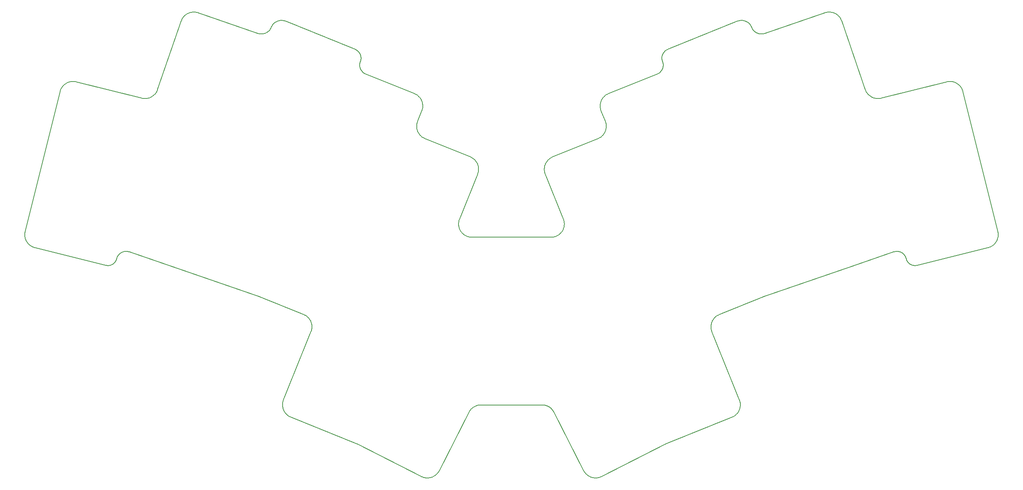
<source format=gm1>
G04 #@! TF.GenerationSoftware,KiCad,Pcbnew,7.0.5-0*
G04 #@! TF.CreationDate,2023-07-18T22:32:37-04:00*
G04 #@! TF.ProjectId,tern,7465726e-2e6b-4696-9361-645f70636258,v1.0.0*
G04 #@! TF.SameCoordinates,Original*
G04 #@! TF.FileFunction,Profile,NP*
%FSLAX46Y46*%
G04 Gerber Fmt 4.6, Leading zero omitted, Abs format (unit mm)*
G04 Created by KiCad (PCBNEW 7.0.5-0) date 2023-07-18 22:32:37*
%MOMM*%
%LPD*%
G01*
G04 APERTURE LIST*
G04 #@! TA.AperFunction,Profile*
%ADD10C,0.176400*%
G04 #@! TD*
G04 #@! TA.AperFunction,Profile*
%ADD11C,0.176388*%
G04 #@! TD*
G04 APERTURE END LIST*
D10*
X309760387Y-165171124D02*
X289520304Y-172140305D01*
X278040585Y-180009343D02*
X284221586Y-195307865D01*
D11*
X180669561Y-109861475D02*
X180788345Y-109845859D01*
X131770053Y-124683667D02*
X131865525Y-124572644D01*
X266881260Y-119013455D02*
X266848448Y-118910370D01*
X312983694Y-126179319D02*
X313066616Y-126290914D01*
X212524751Y-127673355D02*
X212592588Y-127805059D01*
X214984482Y-212727202D02*
X214844143Y-212776673D01*
X212041110Y-135368898D02*
X212126818Y-135488131D01*
X212592588Y-127805059D02*
X212654096Y-127940548D01*
X211737942Y-132554522D02*
X211685624Y-132693821D01*
X176205512Y-112856261D02*
X176320779Y-112869303D01*
X198793571Y-119219298D02*
X198760758Y-119322413D01*
X186332281Y-176233352D02*
X186195346Y-176165551D01*
X289395487Y-112883211D02*
X289508160Y-112870452D01*
X289373208Y-172195346D02*
X279698295Y-176104110D01*
X198039102Y-116550834D02*
X198125526Y-116611331D01*
X223413832Y-158626805D02*
X223595572Y-158655084D01*
X220968763Y-155810627D02*
X220982285Y-155991644D01*
X285548522Y-109982167D02*
X285661634Y-110026886D01*
X212997098Y-136263294D02*
X213126141Y-136335048D01*
X143015020Y-164773979D02*
X142929205Y-164822795D01*
X254215805Y-133996615D02*
X254227794Y-133850687D01*
X253864928Y-135117579D02*
X253932769Y-134985881D01*
X289845662Y-112798489D02*
X289957424Y-112763014D01*
X211581566Y-134286419D02*
X211614918Y-134429768D01*
X179067717Y-110838975D02*
X179140683Y-110743952D01*
X161845688Y-107996659D02*
X161993837Y-108027497D01*
X144409858Y-162622315D02*
X144339611Y-162708381D01*
X254230370Y-133558115D02*
X254220951Y-133412005D01*
X212635109Y-136012641D02*
X212751399Y-136101903D01*
X277920906Y-178121944D02*
X277887410Y-178262329D01*
X266213568Y-121621740D02*
X266296314Y-121557426D01*
X252942274Y-129813384D02*
X252911421Y-129669477D01*
X198704443Y-120253584D02*
X198723386Y-120354205D01*
X187928960Y-178984848D02*
X187930190Y-178838420D01*
X131596016Y-124918877D02*
X131680164Y-124799155D01*
X282563914Y-199213118D02*
X267709880Y-205214558D01*
X313883111Y-127014530D02*
X314001349Y-127082241D01*
X307276255Y-109972559D02*
X312596157Y-125422417D01*
X133504089Y-123641534D02*
X133648261Y-123616383D01*
X321800400Y-163507891D02*
X321800388Y-163507885D01*
X266919857Y-119116096D02*
X266919814Y-119116030D01*
X225434703Y-142898347D02*
X225453795Y-143043684D01*
X220982285Y-155991644D02*
X221006712Y-156171513D01*
X223644307Y-197584039D02*
X223519741Y-197749524D01*
X283324264Y-198766259D02*
X283207982Y-198855499D01*
X212872127Y-136185515D02*
X212997098Y-136263294D01*
X240497131Y-196558417D02*
X240396642Y-196535326D01*
X211153057Y-126390329D02*
X211285918Y-126455874D01*
X181448146Y-197325072D02*
X181407657Y-197183124D01*
X152505559Y-126500638D02*
X152597715Y-126398052D01*
X180551492Y-109882916D02*
X180669561Y-109861475D01*
X223304085Y-198108583D02*
X216590048Y-211285491D01*
X266919662Y-119115834D02*
X266881260Y-119013455D01*
X253790946Y-135245318D02*
X253864928Y-135117579D01*
X151868856Y-127014530D02*
X151983962Y-126941516D01*
X240293245Y-143628295D02*
X240283832Y-143482180D01*
X131180989Y-125857753D02*
X131220510Y-125714326D01*
X242156393Y-158655080D02*
X242338130Y-158626807D01*
X334432188Y-125435916D02*
X334485310Y-125573643D01*
X303610360Y-108066148D02*
X303758187Y-108027500D01*
X277823044Y-178984851D02*
X277831523Y-179131754D01*
X277827756Y-178692703D02*
X277821826Y-178838420D01*
X222720289Y-158407156D02*
X222887758Y-158477570D01*
X267040647Y-119530067D02*
X267018798Y-119426061D01*
X252360866Y-212877041D02*
X252216133Y-212899178D01*
X305490458Y-108139150D02*
X305624078Y-108192863D01*
X319110487Y-161954747D02*
X319002574Y-161988802D01*
X123914078Y-160026035D02*
X123823019Y-159909865D01*
X177832068Y-112499808D02*
X177925645Y-112437214D01*
X143539060Y-164324558D02*
X143473504Y-164399643D01*
X252755079Y-136263292D02*
X252880039Y-136185514D01*
X212864308Y-129524567D02*
X212840585Y-129669478D01*
X286816299Y-111039724D02*
X286874929Y-111145146D01*
X314632657Y-127337468D02*
X314765557Y-127371100D01*
X225102909Y-141922722D02*
X225170803Y-142054423D01*
X253625311Y-135488131D02*
X253711011Y-135368894D01*
X150439230Y-127444004D02*
X150577963Y-127435234D01*
X267589487Y-205266374D02*
X267559801Y-205280127D01*
X211531242Y-133412007D02*
X211521788Y-133558115D01*
X321800455Y-163508212D02*
X321800450Y-163508095D01*
X279160621Y-176387078D02*
X279038615Y-176472504D01*
X319219505Y-161926517D02*
X319110487Y-161954747D01*
X253932769Y-134985881D02*
X253994269Y-134850387D01*
X266920309Y-119116827D02*
X266920246Y-119116760D01*
X319550947Y-161876609D02*
X319439961Y-161887471D01*
X267389461Y-116815003D02*
X267464669Y-116743593D01*
X211887142Y-135117583D02*
X211961150Y-135245317D01*
X145324971Y-161995270D02*
X145220271Y-162035516D01*
X253159362Y-127805060D02*
X253227199Y-127673353D01*
X187744411Y-177847245D02*
X187691344Y-177713432D01*
X323881803Y-165066539D02*
X323779678Y-165068320D01*
X278060754Y-177713434D02*
X278007683Y-177847250D01*
X215751833Y-212297087D02*
X215633839Y-212383774D01*
X323779678Y-165068320D02*
X323678245Y-165065035D01*
X125219295Y-160942886D02*
X125081569Y-160889781D01*
X320320848Y-161960630D02*
X320213189Y-161931613D01*
X181853238Y-109967877D02*
X181967098Y-110010652D01*
X283785211Y-110010649D02*
X283899062Y-109967876D01*
X214120717Y-212916583D02*
X213974261Y-212922947D01*
X252859457Y-129086494D02*
X252864317Y-128940238D01*
X288838659Y-112866383D02*
X288948584Y-112880242D01*
X321800363Y-163507875D02*
X321800349Y-163507869D01*
X266782765Y-118598605D02*
X266771537Y-118494423D01*
X221066777Y-154906079D02*
X221024915Y-155085214D01*
X212450774Y-127545614D02*
X212524751Y-127673355D01*
X333075964Y-123938540D02*
X333205361Y-124012018D01*
X322653600Y-164721128D02*
X322572802Y-164664337D01*
X240694716Y-196614682D02*
X240596517Y-196584883D01*
X213681695Y-212914220D02*
X213536119Y-212899173D01*
X306359212Y-108643066D02*
X306468406Y-108738338D01*
X143951863Y-163507861D02*
X143951863Y-163508213D01*
X223730952Y-140639690D02*
X223863827Y-140705239D01*
X266375322Y-121489478D02*
X266450518Y-121418064D01*
X288108761Y-112631333D02*
X288207586Y-112679151D01*
X186941899Y-176659256D02*
X186830326Y-176563308D01*
X321595454Y-162986841D02*
X321539175Y-162890821D01*
X240402370Y-144205377D02*
X240364367Y-144062747D01*
X198102769Y-205239819D02*
X198072671Y-205227022D01*
X181503696Y-109874632D02*
X181621319Y-109899872D01*
X284440006Y-196457795D02*
X284435165Y-196604047D01*
X334372537Y-125301365D02*
X334432188Y-125435916D01*
X249673676Y-212004098D02*
X249574598Y-211896042D01*
X277831523Y-179131754D02*
X277847359Y-179278884D01*
X143257284Y-164603698D02*
X143179210Y-164664335D01*
X313342881Y-126598569D02*
X313443479Y-126691721D01*
X332247876Y-123641536D02*
X332390723Y-123673709D01*
X176342532Y-172180793D02*
X176305824Y-172166764D01*
X249232739Y-211416393D02*
X249161910Y-211285494D01*
X241888133Y-140705240D02*
X242021000Y-140639695D01*
X224960386Y-196647756D02*
X224770616Y-196723559D01*
X320427121Y-161995270D02*
X320320848Y-161960630D01*
X241674656Y-197148380D02*
X241594594Y-197085129D01*
X142273828Y-165043628D02*
X142174264Y-165056768D01*
X324294202Y-165006810D02*
X324190837Y-165029815D01*
X213247695Y-212847822D02*
X213105384Y-212811565D01*
X178556544Y-111784866D02*
X178618051Y-111685583D01*
X342464770Y-158705626D02*
X342432593Y-158848482D01*
X278120147Y-177582296D02*
X278060754Y-177713434D01*
X141664390Y-165047378D02*
X141561097Y-165029817D01*
X244663856Y-156525744D02*
X244709955Y-156349710D01*
X131517757Y-125042629D02*
X131596016Y-124918877D01*
X223779737Y-158672229D02*
X223965894Y-158677999D01*
X283741263Y-198356453D02*
X283644612Y-198466458D01*
X322278569Y-164399644D02*
X322213027Y-164324561D01*
X321800450Y-163508095D02*
X321800455Y-163508052D01*
X252887718Y-129524568D02*
X252871157Y-129378927D01*
X341741503Y-160137269D02*
X341640033Y-160243398D01*
X267626442Y-116611330D02*
X267712866Y-116550829D01*
X277860649Y-178404411D02*
X277840733Y-178547959D01*
X179299843Y-110565404D02*
X179385736Y-110482175D01*
X322736978Y-164773981D02*
X322653600Y-164721128D01*
X289483133Y-172153271D02*
X289446223Y-172166764D01*
X225334672Y-142468580D02*
X225375143Y-142610530D01*
X216359628Y-211665353D02*
X216271262Y-211783064D01*
X142469283Y-165003057D02*
X142372218Y-165025691D01*
X198855700Y-117584856D02*
X198888741Y-117681339D01*
X223965894Y-158677999D02*
X241786063Y-158677996D01*
X162141642Y-108066142D02*
X162288858Y-108112712D01*
X183188068Y-199213125D02*
X183051533Y-199154030D01*
X315592901Y-127441976D02*
X315733937Y-127430971D01*
X198870698Y-119013459D02*
X198832297Y-119115832D01*
X314765557Y-127371100D02*
X314900216Y-127398674D01*
X284256264Y-197465363D02*
X284201485Y-197603730D01*
X314246440Y-127201318D02*
X314372902Y-127252470D01*
X212126818Y-135488131D02*
X212218097Y-135602840D01*
X319884207Y-161878479D02*
X319773296Y-161872130D01*
X266792150Y-117979394D02*
X266811095Y-117878787D01*
X253381113Y-127422038D02*
X253466808Y-127302800D01*
X124947020Y-160830160D02*
X124815850Y-160764167D01*
X332808730Y-123811974D02*
X332943664Y-123871841D01*
X142073694Y-165065033D02*
X141972263Y-165068321D01*
X198888166Y-120835791D02*
X198934619Y-120926586D01*
X323187094Y-164975833D02*
X323093163Y-164944095D01*
X287826631Y-112460971D02*
X287918113Y-112522166D01*
X244785746Y-155628963D02*
X244777275Y-155447168D01*
X187891395Y-178404412D02*
X187864644Y-178262327D01*
X320927913Y-162250688D02*
X320833442Y-162189341D01*
X253197002Y-212596421D02*
X253062810Y-212660676D01*
X251924453Y-212922156D02*
X251778036Y-212922950D01*
X267047714Y-120253578D02*
X267061815Y-120151923D01*
X181394889Y-195730906D02*
X181432895Y-195588266D01*
X142841125Y-164867484D02*
X142750939Y-164907950D01*
X240581472Y-142054425D02*
X240649303Y-141922719D01*
X321800233Y-163507859D02*
X321800123Y-163507861D01*
X141972263Y-165068321D02*
X141870127Y-165066536D01*
X242232326Y-197749518D02*
X242171394Y-197665571D01*
X241634172Y-140854774D02*
X241759123Y-140776997D01*
X198678794Y-117217921D02*
X198729587Y-117306456D01*
X288012207Y-112578974D02*
X288108761Y-112631333D01*
X211539877Y-126605408D02*
X211660588Y-126689024D01*
X252216133Y-212899178D02*
X252070573Y-212914220D01*
X333330963Y-124091817D02*
X333451947Y-124177362D01*
X199624927Y-121682243D02*
X199714912Y-121738760D01*
X279419744Y-176233358D02*
X279287699Y-176307276D01*
X288411372Y-112760864D02*
X288515989Y-112794599D01*
X241285516Y-141122377D02*
X241397174Y-141027646D01*
X252070573Y-212914220D02*
X251924453Y-212922156D01*
X342509001Y-157830016D02*
X342519543Y-157976843D01*
X242864198Y-158477565D02*
X243031666Y-158407160D01*
X186053670Y-176104114D02*
X176379115Y-172195347D01*
X284437713Y-196311481D02*
X284440006Y-196457795D01*
X253228693Y-135917919D02*
X253335542Y-135817919D01*
X215121599Y-212671096D02*
X214984482Y-212727202D01*
X253117029Y-136012642D02*
X253228693Y-135917919D01*
X220974683Y-155447165D02*
X220966216Y-155628965D01*
X253301184Y-127545616D02*
X253381113Y-127422038D01*
X187811892Y-179719182D02*
X187850442Y-179572840D01*
X333886444Y-124572645D02*
X333981932Y-124683667D01*
X181146764Y-109833992D02*
X181266190Y-109841698D01*
X181679812Y-197871047D02*
X181611976Y-197739288D01*
X331372314Y-123597321D02*
X331519125Y-123586773D01*
X240596517Y-196584883D02*
X240497131Y-196558417D01*
X242692479Y-158537809D02*
X242864198Y-158477565D01*
X319662130Y-161871507D02*
X319550947Y-161876609D01*
X198192262Y-205280121D02*
X198162558Y-205266373D01*
X216271262Y-211783064D02*
X216177451Y-211896038D01*
X250908170Y-212776680D02*
X250767821Y-212727204D01*
X321539175Y-162890821D02*
X321478099Y-162797944D01*
X341063693Y-160691971D02*
X340936125Y-160764165D01*
X241786063Y-158677996D02*
X241972219Y-158672228D01*
X240377147Y-142610529D02*
X240417636Y-142468578D01*
X279287699Y-176307276D02*
X279160621Y-176387078D01*
X254196693Y-134141951D02*
X254215805Y-133996615D01*
X267993361Y-116393930D02*
X268093698Y-116350409D01*
X286085309Y-110258541D02*
X286182755Y-110328591D01*
X225170803Y-142054423D02*
X225232369Y-142189914D01*
X176320779Y-112869303D02*
X176435831Y-112876733D01*
X211285918Y-126455874D02*
X211414927Y-126527631D01*
X198072671Y-205227022D02*
X198042442Y-205214559D01*
X288729804Y-112847437D02*
X288838659Y-112866383D01*
X341928937Y-159909861D02*
X341837878Y-160026038D01*
X177535962Y-112660412D02*
X177637050Y-112611493D01*
X241178672Y-141222380D02*
X241285516Y-141122377D01*
X244632098Y-154728846D02*
X244567714Y-154554033D01*
X145016542Y-162132738D02*
X144918528Y-162189343D01*
X124111934Y-160243397D02*
X124010462Y-160137269D01*
X181530367Y-195307870D02*
X187711368Y-180009340D01*
X131379575Y-125301365D02*
X131445555Y-125170198D01*
X123262296Y-158561457D02*
X123244196Y-158416228D01*
X199808412Y-121791115D02*
X199905346Y-121839141D01*
X225408487Y-142753873D02*
X225434703Y-142898347D01*
X212523444Y-135917918D02*
X212635109Y-136012641D01*
X266450518Y-121418064D02*
X266521828Y-121343364D01*
X266920195Y-119116694D02*
X266920150Y-119116629D01*
X211614918Y-134429768D02*
X211655387Y-134571718D01*
X181432895Y-195588266D02*
X181478049Y-195447165D01*
X254091364Y-126689026D02*
X254212075Y-126605408D01*
X254014354Y-132554521D02*
X253077755Y-130236422D01*
X187566365Y-177454098D02*
X187494658Y-177329062D01*
X152846286Y-126063394D02*
X152919196Y-125943237D01*
X179767862Y-110193189D02*
X179872271Y-110132697D01*
X212892627Y-129086496D02*
X212890324Y-129232812D01*
X321800426Y-163507918D02*
X321800420Y-163507915D01*
X267005050Y-120453626D02*
X267028764Y-120354205D01*
X152095735Y-126863309D02*
X152203978Y-126780007D01*
X315312737Y-127444002D02*
X315452433Y-127446288D01*
X240417636Y-142468578D02*
X240465242Y-142328285D01*
X278704029Y-176760093D02*
X278603332Y-176865577D01*
X178727541Y-111476085D02*
X178775172Y-111366030D01*
X321734156Y-163291985D02*
X321693084Y-163187602D01*
X240519970Y-142189913D02*
X240581472Y-142054425D01*
X279698295Y-176104110D02*
X279556642Y-176165552D01*
X266906034Y-120742925D02*
X266943610Y-120648159D01*
X286611454Y-110743957D02*
X286684410Y-110838973D01*
X211519475Y-133704432D02*
X211524300Y-133850685D01*
X289446223Y-172166764D02*
X289409590Y-172180791D01*
X223863827Y-140705239D02*
X223992834Y-140776996D01*
X314900216Y-127398674D02*
X315036427Y-127420087D01*
X252864317Y-128940238D02*
X252876310Y-128794309D01*
X124688280Y-160691970D02*
X124564528Y-160613722D01*
X323577675Y-165056770D02*
X323478110Y-165043622D01*
X253077755Y-130236422D02*
X253025438Y-130097118D01*
X305075389Y-108016908D02*
X305215877Y-108051056D01*
X279556642Y-176165552D02*
X279419744Y-176233358D01*
X187333318Y-177089498D02*
X187243902Y-176975461D01*
X143810907Y-163900395D02*
X143764519Y-163991414D01*
X324190837Y-165029815D02*
X324087538Y-165047382D01*
X253558079Y-127188093D02*
X253654730Y-127078099D01*
X312832766Y-125943233D02*
X312905679Y-126063396D01*
X278603332Y-176865577D02*
X278508219Y-176975460D01*
X306858326Y-109172933D02*
X306942888Y-109294383D01*
X267018798Y-119426061D02*
X266991519Y-119322413D01*
X304497706Y-107949010D02*
X304644008Y-107955445D01*
X221962472Y-157910947D02*
X222101923Y-158028606D01*
X211702983Y-134712020D02*
X211757703Y-134850389D01*
X124815850Y-160764167D02*
X124688280Y-160691970D01*
X240465242Y-142328285D02*
X240519970Y-142189913D01*
X198831967Y-119116887D02*
X198793571Y-119219298D01*
X212689228Y-212660682D02*
X212554986Y-212596423D01*
X321800403Y-163507894D02*
X321800400Y-163507891D01*
X305882759Y-108319033D02*
X306007342Y-108391250D01*
X332531994Y-123712863D02*
X332671413Y-123758970D01*
X144105172Y-163085830D02*
X144058893Y-163187598D01*
X145117386Y-162081346D02*
X145016542Y-162132738D01*
X253097865Y-127940545D02*
X253159362Y-127805060D01*
X249480758Y-211783065D02*
X249392364Y-211665353D01*
X284357093Y-195730909D02*
X284387964Y-195874813D01*
X252980278Y-129956021D02*
X252942274Y-129813384D01*
X266521828Y-121343364D02*
X266589182Y-121265543D01*
X342489925Y-158561456D02*
X342464770Y-158705626D01*
X150159063Y-127441980D02*
X150299531Y-127446285D01*
X176890411Y-112851998D02*
X177001769Y-112832607D01*
X123517616Y-159401500D02*
X123457785Y-159266527D01*
X133361236Y-123673707D02*
X133504089Y-123641534D01*
X333785551Y-124466282D02*
X333886444Y-124572645D01*
X141561097Y-165029817D02*
X141457727Y-165006808D01*
X249392364Y-211665353D02*
X249309625Y-211543070D01*
X284428280Y-196165360D02*
X284437713Y-196311481D01*
X223779201Y-197428436D02*
X223644307Y-197584039D01*
X321800452Y-163508011D02*
X321800449Y-163507991D01*
X144918528Y-162189343D02*
X144824061Y-162250690D01*
X287209878Y-111823188D02*
X287274176Y-111916585D01*
X289508160Y-112870452D02*
X289620862Y-112852130D01*
X158657108Y-109551812D02*
X158730153Y-109420708D01*
X321018686Y-162316597D02*
X320927913Y-162250688D01*
X143473504Y-164399643D02*
X143404584Y-164471259D01*
X181340339Y-196019720D02*
X181364037Y-195874812D01*
X131266895Y-125573646D02*
X131319971Y-125435918D01*
X143404584Y-164471259D02*
X143332455Y-164539312D01*
X241165278Y-196811897D02*
X241074155Y-196766180D01*
X242447871Y-198108583D02*
X242398370Y-198015421D01*
X266975917Y-117397246D02*
X267022380Y-117306458D01*
X253534040Y-135602839D02*
X253625311Y-135488131D01*
X212856683Y-128648979D02*
X212875802Y-128794310D01*
X132675983Y-123938534D02*
X132808286Y-123871843D01*
X254111832Y-132834915D02*
X254066666Y-132693820D01*
X175975053Y-112813052D02*
X176090213Y-112837537D01*
X224466477Y-141122380D02*
X224573338Y-141222377D01*
X266848448Y-118910370D02*
X266821148Y-118806749D01*
X277940066Y-179719180D02*
X277986385Y-179864760D01*
X132943226Y-123811974D02*
X133080540Y-123758968D01*
X198623753Y-117131800D02*
X198678794Y-117217921D01*
X243031666Y-158407160D02*
X243194443Y-158326815D01*
X159869324Y-108319029D02*
X159997170Y-108252862D01*
X254137085Y-134429768D02*
X254170450Y-134286418D01*
X187765568Y-179864760D02*
X187811892Y-179719182D01*
X134232851Y-123586770D02*
X134379657Y-123597318D01*
X288515989Y-112794599D02*
X288622186Y-112823484D01*
X267500934Y-205308552D02*
X267471748Y-205323213D01*
X211660588Y-126689024D02*
X211776870Y-126778283D01*
X313154255Y-126398055D02*
X313246406Y-126500642D01*
X198973922Y-118081036D02*
X198983103Y-118183534D01*
X342167760Y-159533849D02*
X342094278Y-159663300D01*
X254227794Y-133850687D02*
X254232655Y-133704434D01*
X342466101Y-157537393D02*
X342491196Y-157683451D01*
X211685624Y-132693821D02*
X211640457Y-132834918D01*
X267649350Y-205239819D02*
X267619335Y-205252936D01*
X240980177Y-141437457D02*
X241076824Y-141327463D01*
X321800434Y-163507945D02*
X321800429Y-163507931D01*
X143764519Y-163991414D02*
X143713981Y-164079435D01*
X240723279Y-141794980D02*
X240803214Y-141671401D01*
X267068345Y-119738468D02*
X267057138Y-119634266D01*
X182209198Y-198571550D02*
X182107351Y-198466450D01*
X240791669Y-196647761D02*
X240694716Y-196614682D01*
X198162558Y-205266373D02*
X198132728Y-205252933D01*
X178775170Y-111365323D02*
X178823541Y-111253728D01*
X145757489Y-161890519D02*
X145647755Y-161908234D01*
X244769679Y-155991644D02*
X244783196Y-155810627D01*
X289520304Y-172140305D02*
X289483133Y-172153271D01*
X323093163Y-164944095D02*
X323001027Y-164907949D01*
X221088104Y-156525739D02*
X221144955Y-156699085D01*
X151750619Y-127082244D02*
X151868856Y-127014530D01*
X285200658Y-109882915D02*
X285317821Y-109910180D01*
X312905679Y-126063396D02*
X312983694Y-126179319D01*
X146201188Y-161876610D02*
X146089996Y-161871507D01*
X342491196Y-157683451D02*
X342509001Y-157830016D01*
X312703066Y-125690647D02*
X312765164Y-125818949D01*
X243650035Y-158028603D02*
X243789486Y-157910950D01*
X244777275Y-155447168D02*
X244757729Y-155265750D01*
X330934545Y-123672658D02*
X331079766Y-123640220D01*
X178999373Y-110937614D02*
X179067717Y-110838975D01*
X176090213Y-112837537D02*
X176205512Y-112856261D01*
X214701523Y-212819144D02*
X214557606Y-212854347D01*
X142564860Y-164975830D02*
X142469283Y-165003057D01*
X198690342Y-120151926D02*
X198704443Y-120253584D01*
X266811095Y-117878787D02*
X266834813Y-117779372D01*
X161401546Y-107949801D02*
X161549298Y-107957927D01*
X287042743Y-111521277D02*
X287093987Y-111625451D01*
X198564527Y-117048277D02*
X198623753Y-117131800D01*
X252995530Y-128219209D02*
X253043143Y-128078916D01*
X124010462Y-160137269D02*
X123914078Y-160026035D01*
X322038167Y-164079432D02*
X321987654Y-163991414D01*
X252880039Y-136185514D02*
X253000749Y-136101906D01*
X244685198Y-154906077D02*
X244632098Y-154728846D01*
X221144955Y-156699085D02*
X221212506Y-156869242D01*
X289620862Y-112852130D02*
X289733417Y-112828170D01*
X320531799Y-162035517D02*
X320427121Y-161995270D01*
X342519010Y-158270211D02*
X342508016Y-158416229D01*
X331519125Y-123586773D02*
X331665925Y-123583448D01*
X144824061Y-162250690D02*
X144733289Y-162316597D01*
X304202784Y-107957925D02*
X304350552Y-107949801D01*
X252926205Y-212717969D02*
X252787438Y-212768270D01*
X241828338Y-197283083D02*
X241752595Y-197214377D01*
X176268985Y-172153272D02*
X176232012Y-172140307D01*
X249777795Y-212107074D02*
X249673676Y-212004098D01*
X211961150Y-135245317D02*
X212041110Y-135368898D01*
X287490379Y-112173967D02*
X287569649Y-112251894D01*
X134526191Y-123615117D02*
X134672196Y-123640221D01*
X198683850Y-119738465D02*
X198677839Y-119842505D01*
X321105630Y-162386890D02*
X321018686Y-162316597D01*
X181550471Y-197603732D02*
X181495755Y-197465367D01*
X178775172Y-111366030D02*
X178775170Y-111365323D01*
X125081569Y-160889781D02*
X124947020Y-160830160D01*
X267543684Y-116675646D02*
X267626442Y-116611330D01*
X319773296Y-161872130D02*
X319662130Y-161871507D01*
X181495755Y-197465367D02*
X181448146Y-197325072D01*
X183051533Y-199154030D02*
X182918655Y-199088537D01*
X177637050Y-112611493D02*
X177735812Y-112557928D01*
X177327498Y-112744010D02*
X177432721Y-112704616D01*
X180788345Y-109845859D02*
X180907611Y-109836069D01*
X243789486Y-157910950D02*
X243921976Y-157784558D01*
X212193872Y-127188090D02*
X212285143Y-127302799D01*
X152203978Y-126780007D02*
X152308490Y-126691728D01*
X312646662Y-125558434D02*
X312703066Y-125690647D01*
X131319971Y-125435918D02*
X131379575Y-125301365D01*
X181374290Y-197039780D02*
X181348040Y-196895305D01*
X342347330Y-159129194D02*
X342294324Y-159266535D01*
X240888906Y-141552167D02*
X240980177Y-141437457D01*
X224077483Y-197148380D02*
X223923795Y-197283091D01*
X315733937Y-127430971D02*
X315875340Y-127413166D01*
X240089326Y-196486768D02*
X239985200Y-196477644D01*
X251050785Y-212819141D02*
X250908170Y-212776680D01*
X284411692Y-196019723D02*
X284428280Y-196165360D01*
X132420983Y-124091819D02*
X132546589Y-124012017D01*
X283918233Y-198122457D02*
X283832537Y-198241724D01*
X267802868Y-116494314D02*
X267896395Y-116441957D01*
X150986406Y-127371099D02*
X151119311Y-127337469D01*
X142658803Y-164944098D02*
X142564860Y-164975830D01*
X123285924Y-157537400D02*
X123318295Y-157392125D01*
X284139980Y-197739284D02*
X284072144Y-197871050D01*
X240298410Y-143043678D02*
X240317525Y-142898343D01*
X267187443Y-117048281D02*
X267250769Y-116967521D01*
X215385370Y-212539669D02*
X215255296Y-212608525D01*
X252626077Y-136335050D02*
X252755079Y-136263292D01*
X332390723Y-123673709D02*
X332531994Y-123712863D01*
X161993837Y-108027497D02*
X162141642Y-108066142D01*
X178104049Y-112298901D02*
X178188517Y-112223348D01*
X123229315Y-158123661D02*
X123232615Y-157976847D01*
X123457785Y-159266527D02*
X123404819Y-159129195D01*
X143601097Y-164246106D02*
X143539060Y-164324558D01*
X153048901Y-125690648D02*
X153105302Y-125558431D01*
X198986429Y-118390405D02*
X198980418Y-118494421D01*
X133793484Y-123598288D02*
X133939504Y-123587302D01*
X199538530Y-121621741D02*
X199624927Y-121682243D01*
X211536254Y-133996614D02*
X211555347Y-134141947D01*
X181407657Y-197183124D02*
X181374290Y-197039780D01*
X265846670Y-121839141D02*
X265943629Y-121791114D01*
X181323775Y-196165361D02*
X181340339Y-196019720D01*
X146641756Y-161954750D02*
X146532691Y-161926520D01*
X287569649Y-112251894D02*
X287652223Y-112325750D01*
X221212506Y-156869242D02*
X221290700Y-157035689D01*
X198775507Y-120551670D02*
X198808534Y-120648164D01*
X289283025Y-112890498D02*
X289395487Y-112883211D01*
X284963805Y-109845858D02*
X285082584Y-109861476D01*
X176305824Y-172166764D02*
X176268985Y-172153272D01*
X307021812Y-109420712D02*
X307094844Y-109551815D01*
X286981755Y-111377491D02*
X286986625Y-111389622D01*
X143098404Y-164721127D02*
X143015020Y-164773979D01*
X267073174Y-117217924D02*
X267128215Y-117131799D01*
X286276505Y-110403187D02*
X286366404Y-110482173D01*
X341837878Y-160026038D02*
X341741503Y-160137269D01*
X313066616Y-126290914D02*
X313154255Y-126398055D01*
X215865390Y-212204796D02*
X215751833Y-212297087D01*
X284404077Y-196895313D02*
X284377815Y-197039780D01*
X321800330Y-163507869D02*
X321800314Y-163507867D01*
X266976640Y-120551675D02*
X267005050Y-120453626D01*
X186713471Y-176472501D02*
X186591448Y-176387078D01*
X315875340Y-127413166D02*
X316016930Y-127388442D01*
X123404819Y-159129195D02*
X123358745Y-158989760D01*
X180318355Y-109943264D02*
X180434351Y-109910179D01*
X278007683Y-177847250D02*
X277961034Y-177983497D01*
X277887410Y-178262329D02*
X277860649Y-178404411D01*
X211571558Y-133121455D02*
X211547829Y-133266364D01*
X212825886Y-212717967D02*
X212689228Y-212660682D01*
X324087538Y-165047382D02*
X323984476Y-165059588D01*
X267619335Y-205252936D02*
X267589487Y-205266374D01*
X313246406Y-126500642D02*
X313342881Y-126598569D01*
X321800449Y-163507991D02*
X321800443Y-163507973D01*
X254048996Y-134712019D02*
X254096595Y-134571720D01*
X242107796Y-197584040D02*
X242041614Y-197504977D01*
X244783196Y-155810627D02*
X244785746Y-155628963D01*
X321800349Y-163507869D02*
X321800330Y-163507869D01*
X289733417Y-112828170D02*
X289845662Y-112798489D01*
X282700448Y-199154029D02*
X282563914Y-199213118D01*
X341187443Y-160613725D02*
X341063693Y-160691971D01*
X159744729Y-108391250D02*
X159869324Y-108319029D01*
X150299531Y-127446285D02*
X150439230Y-127444004D01*
X285433851Y-109943271D02*
X285548522Y-109982167D01*
X152768277Y-126179323D02*
X152846286Y-126063394D01*
X179666855Y-110258539D02*
X179767862Y-110193189D01*
X240295123Y-196515649D02*
X240192661Y-196499451D01*
X266834813Y-117779372D02*
X266863231Y-117681345D01*
X267896395Y-116441957D02*
X267993361Y-116393930D01*
X224675198Y-141327467D02*
X224771876Y-141437460D01*
X306245814Y-108553387D02*
X306359212Y-108643066D01*
X340804959Y-160830153D02*
X340670410Y-160889783D01*
X321769878Y-163398800D02*
X321734156Y-163291985D01*
X225442230Y-143773936D02*
X225418504Y-143918840D01*
X145978837Y-161872135D02*
X145867920Y-161878477D01*
X141870127Y-165066536D02*
X141767455Y-165059584D01*
X212840585Y-129669478D02*
X212809714Y-129813380D01*
X286874929Y-111145146D02*
X286928480Y-111253731D01*
X240499844Y-144485782D02*
X240447528Y-144346483D01*
X221704910Y-157649687D02*
X221829981Y-157784560D01*
X306468406Y-108738338D02*
X306573158Y-108839075D01*
X278418806Y-177089503D02*
X278335182Y-177207451D01*
X289059396Y-112888929D02*
X289170936Y-112892370D01*
X285879938Y-110132698D02*
X285984316Y-110193194D01*
X198711583Y-119530065D02*
X198695079Y-119634260D01*
X334071837Y-124799152D02*
X334156014Y-124918879D01*
X123260875Y-157683447D02*
X123285924Y-157537400D01*
X286534035Y-110652713D02*
X286611454Y-110743957D01*
X198747095Y-120453625D02*
X198775507Y-120551670D01*
X198760758Y-119322413D02*
X198733456Y-119426062D01*
X151983962Y-126941516D02*
X152095735Y-126863309D01*
X267071006Y-120049410D02*
X267075209Y-119946214D01*
X340936125Y-160764165D02*
X340804959Y-160830153D01*
X223594418Y-140580537D02*
X223730952Y-140639690D01*
X277961034Y-177983497D02*
X277920906Y-178121944D01*
X222557521Y-158326815D02*
X222720289Y-158407156D01*
X159506243Y-108553389D02*
X159623618Y-108469411D01*
X282833317Y-199088536D02*
X282700448Y-199154029D01*
X265746333Y-121882658D02*
X265846670Y-121839141D01*
X304789210Y-107968984D02*
X304933089Y-107989506D01*
X187791049Y-177983496D02*
X187744411Y-177847245D01*
X211547829Y-133266364D02*
X211531242Y-133412007D01*
X253062810Y-212660676D02*
X252926205Y-212717969D01*
X253043143Y-128078916D02*
X253097865Y-127940545D01*
X306128442Y-108469412D02*
X306245814Y-108553387D01*
X242338130Y-158626807D02*
X242516974Y-158587632D01*
X180090676Y-110026885D02*
X180203726Y-109982166D01*
X198983103Y-118183534D02*
X198987301Y-118286712D01*
X322347471Y-164471259D02*
X322278569Y-164399644D01*
X158475688Y-109972557D02*
X158529639Y-109827852D01*
X252356671Y-136459752D02*
X252493210Y-136400599D01*
X321267490Y-162539932D02*
X321188611Y-162461395D01*
X321800388Y-163507885D02*
X321800374Y-163507876D01*
X241972219Y-158672228D02*
X242156393Y-158655080D01*
X221119872Y-154728849D02*
X221066777Y-154906079D01*
X198132728Y-205252933D02*
X198102769Y-205239819D01*
X244047051Y-157649686D02*
X244164256Y-157506567D01*
X320213189Y-161931613D02*
X320104378Y-161908234D01*
X160397801Y-108091843D02*
X160536243Y-108051053D01*
X288948584Y-112880242D02*
X289059396Y-112888929D01*
X240649303Y-141922719D02*
X240723279Y-141794980D01*
X198903510Y-118910373D02*
X198870698Y-119013459D01*
X342432593Y-158848482D02*
X342393430Y-158989760D01*
X244567714Y-154554033D02*
X240499844Y-144485782D01*
X198125526Y-116611331D02*
X198208281Y-116675647D01*
X266766743Y-121015129D02*
X266817528Y-120926583D01*
X221587702Y-157506564D02*
X221704910Y-157649687D01*
X254212075Y-126605408D02*
X254337035Y-126527634D01*
X222101923Y-158028606D02*
X222247884Y-158137294D01*
X277840733Y-178547959D02*
X277827756Y-178692703D01*
X211524300Y-133850685D02*
X211536254Y-133996614D01*
X253863425Y-126873009D02*
X253975084Y-126778285D01*
X319002574Y-161988802D02*
X309760387Y-165171124D01*
X286366404Y-110482173D02*
X286452301Y-110565401D01*
X287652223Y-112325750D02*
X287737942Y-112395473D01*
X284423187Y-196749975D02*
X284404077Y-196895313D01*
X284725009Y-109832115D02*
X284844534Y-109836071D01*
X144563364Y-162461398D02*
X144484487Y-162539934D01*
X286976784Y-111365320D02*
X286981755Y-111377491D01*
X266652502Y-121184788D02*
X266711717Y-121101253D01*
X321412366Y-162708380D02*
X321342118Y-162622318D01*
X177001769Y-112832607D02*
X177111846Y-112808093D01*
X143923620Y-163610282D02*
X143890621Y-163709739D01*
X242345892Y-197924493D02*
X242290515Y-197835845D01*
X284221586Y-195307865D02*
X284273906Y-195447166D01*
X145431272Y-161960633D02*
X145324971Y-161995270D01*
X199301608Y-121418063D02*
X199376794Y-121489475D01*
X132072565Y-124364804D02*
X132183811Y-124268427D01*
X254096595Y-134571720D02*
X254137085Y-134429768D01*
X320735424Y-162132741D02*
X320634635Y-162081344D01*
X322494744Y-164603699D02*
X322419581Y-164539309D01*
X176232012Y-172140307D02*
X146749727Y-161988804D01*
X187930190Y-178838420D02*
X187924271Y-178692706D01*
X249574598Y-211896042D02*
X249480758Y-211783065D01*
X267464669Y-116743593D02*
X267543684Y-116675646D01*
X212097219Y-127078100D02*
X212193872Y-127188090D01*
X321861638Y-163709739D02*
X321828657Y-163610288D01*
X211995375Y-126973008D02*
X212097219Y-127078100D01*
X287737942Y-112395473D02*
X287826631Y-112460971D01*
X287414597Y-112092056D02*
X287490379Y-112173967D01*
X179140683Y-110743952D02*
X179218105Y-110652715D01*
X151119311Y-127337469D02*
X151250264Y-127297890D01*
X178016362Y-112370210D02*
X178104049Y-112298901D01*
X214844143Y-212776673D02*
X214701523Y-212819144D01*
X198888741Y-117681339D02*
X198917149Y-117779376D01*
X199905346Y-121839141D02*
X200005657Y-121882661D01*
X143179210Y-164664335D02*
X143098404Y-164721127D01*
X181314354Y-196311474D02*
X181323775Y-196165361D01*
X321646804Y-163085832D02*
X321595454Y-162986841D01*
X212964695Y-212768270D02*
X212825886Y-212717967D01*
X158730153Y-109420708D02*
X158809085Y-109294378D01*
X284844534Y-109836071D02*
X284963805Y-109845858D01*
X321478099Y-162797944D02*
X321412366Y-162708380D01*
X252787438Y-212768270D02*
X252646782Y-212811563D01*
X211888526Y-126873010D02*
X211995375Y-126973008D01*
X240887267Y-196684063D02*
X240791669Y-196647761D01*
X158529639Y-109827852D02*
X158590191Y-109687564D01*
X241752595Y-197214377D02*
X241674656Y-197148380D01*
X266768855Y-118183537D02*
X266778046Y-118081037D01*
X332103705Y-123616384D02*
X332247876Y-123641536D01*
X252876310Y-128794309D02*
X252895428Y-128648978D01*
X199040429Y-121101254D02*
X199099640Y-121184784D01*
X176379115Y-172195347D02*
X176342532Y-172180793D01*
X266991519Y-119322413D02*
X266958733Y-119219298D01*
X315452433Y-127446288D02*
X315592901Y-127441976D01*
X334156014Y-124918879D02*
X334234296Y-125042629D01*
X152986801Y-125818949D02*
X153048901Y-125690648D01*
X181312079Y-196457794D02*
X181314354Y-196311474D01*
X181737910Y-109930947D02*
X181853238Y-109967877D01*
X242157541Y-140580537D02*
X252356671Y-136459752D01*
X176664605Y-112875096D02*
X176777967Y-112866189D01*
X239985200Y-196477644D02*
X239880354Y-196472140D01*
X249886753Y-212204795D02*
X249777795Y-212107074D01*
X322910843Y-164867487D02*
X322822777Y-164822804D01*
X266920107Y-119116560D02*
X266920070Y-119116496D01*
X131966411Y-124466284D02*
X132072565Y-124364804D01*
X153155811Y-125422421D02*
X158475688Y-109972557D01*
X215255296Y-212608525D02*
X215121599Y-212671096D01*
X250767821Y-212727204D02*
X250630694Y-212671094D01*
X143332455Y-164539312D02*
X143257284Y-164603698D01*
X254220951Y-133412005D02*
X254204392Y-133266364D01*
X240447528Y-144346483D02*
X240402370Y-144205377D01*
X197658261Y-116350412D02*
X197758596Y-116393930D01*
X146422763Y-161904099D02*
X146312184Y-161887469D01*
X224948907Y-141671403D02*
X225028881Y-141794979D01*
X223992834Y-140776996D02*
X224117795Y-140854772D01*
X142929205Y-164822795D02*
X142841125Y-164867484D01*
X313547988Y-126780007D02*
X313656235Y-126863312D01*
X278335182Y-177207451D02*
X278257461Y-177329065D01*
X177925645Y-112437214D02*
X178016362Y-112370210D01*
X160128021Y-108192862D02*
X160261649Y-108139154D01*
X187631960Y-177582297D02*
X187566365Y-177454098D01*
X283899062Y-109967876D02*
X284014379Y-109930951D01*
X333451947Y-124177362D02*
X333568140Y-124268428D01*
X250000342Y-212297085D02*
X249886753Y-212204795D01*
X215974313Y-212107073D02*
X215865390Y-212204796D01*
X145220271Y-162035516D02*
X145117386Y-162081346D01*
X266778046Y-118081037D02*
X266792150Y-117979394D01*
X285082584Y-109861476D02*
X285200658Y-109882915D01*
X216519223Y-211416395D02*
X216442354Y-211543070D01*
X211521788Y-133558115D02*
X211519475Y-133704432D01*
X321800443Y-163507973D02*
X321800438Y-163507961D01*
X289170936Y-112892370D02*
X289283025Y-112890498D01*
X321800455Y-163508052D02*
X321800452Y-163508011D01*
X241972925Y-197428431D02*
X241901804Y-197354454D01*
X213395653Y-136459748D02*
X223594418Y-140580537D01*
X198042442Y-205214559D02*
X183188068Y-199213125D01*
X243921976Y-157784558D02*
X244047051Y-157649686D01*
X186195346Y-176165551D02*
X186053670Y-176104114D01*
X225387626Y-144062747D02*
X225349604Y-144205382D01*
X145538938Y-161931613D02*
X145431272Y-161960633D01*
X212708868Y-128078913D02*
X212756519Y-128219207D01*
X223519741Y-197749524D02*
X223406130Y-197924493D01*
X277821826Y-178838420D02*
X277823044Y-178984851D01*
X212875802Y-128794310D02*
X212887784Y-128940240D01*
X266863982Y-120835795D02*
X266906034Y-120742925D01*
X179979925Y-110077212D02*
X180090676Y-110026885D01*
X161108106Y-107955444D02*
X161254403Y-107949015D01*
X221024915Y-155085214D02*
X220994235Y-155265747D01*
X123318295Y-157392125D02*
X131180989Y-125857753D01*
X178618051Y-111685583D02*
X178675105Y-111582632D01*
X182789651Y-199016826D02*
X182664694Y-198939085D01*
X244372467Y-157197928D02*
X244461254Y-157035691D01*
X314122519Y-127144538D02*
X314246440Y-127201318D01*
X124218297Y-160344268D02*
X124111934Y-160243397D01*
X186830326Y-176563308D02*
X186713471Y-176472501D01*
X199162958Y-121265541D02*
X199230306Y-121343364D01*
X123287446Y-158705627D02*
X123262296Y-158561457D01*
X242398370Y-198015421D02*
X242345892Y-197924493D01*
X161697430Y-107973505D02*
X161845688Y-107996659D01*
X284377815Y-197039780D02*
X284344436Y-197183122D01*
X283644612Y-198466458D02*
X283542771Y-198571553D01*
X321693084Y-163187602D02*
X321646804Y-163085832D01*
X212751399Y-136101903D02*
X212872127Y-136185515D01*
X266943610Y-120648159D02*
X266976640Y-120551675D01*
X282962319Y-199016827D02*
X282833317Y-199088536D01*
X304644008Y-107955445D02*
X304789210Y-107968984D01*
X144017824Y-163291981D02*
X143982105Y-163398793D01*
X253025438Y-130097118D02*
X252980278Y-129956021D01*
X146089996Y-161871507D02*
X145978837Y-161872135D01*
X313656235Y-126863312D02*
X313768006Y-126941520D01*
X149735034Y-127388442D02*
X149876618Y-127413165D01*
X267709880Y-205214558D02*
X267679529Y-205227024D01*
X303758187Y-108027500D02*
X303906367Y-107996653D01*
X181833729Y-198122454D02*
X181753799Y-197998832D01*
X341533672Y-160344262D02*
X341422649Y-160439713D01*
X277870659Y-179425995D02*
X277901528Y-179572843D01*
X289409590Y-172180791D02*
X289373208Y-172195346D01*
X133080540Y-123758968D02*
X133219963Y-123712867D01*
X266799278Y-118702772D02*
X266782765Y-118598605D01*
X289957424Y-112763014D02*
X303463112Y-108112711D01*
X321800314Y-163507867D02*
X321800277Y-163507865D01*
X123358745Y-158989760D02*
X123319607Y-158848479D01*
X198776054Y-117397245D02*
X198818115Y-117490103D01*
X213536119Y-212899173D02*
X213391361Y-212877041D01*
X254466039Y-126455875D02*
X254598902Y-126390329D01*
X277986385Y-179864760D02*
X278040585Y-180009343D01*
X225766778Y-196477644D02*
X225559332Y-196499450D01*
X222399899Y-158236781D02*
X222557521Y-158326815D01*
X181611976Y-197739288D02*
X181550471Y-197603732D01*
X160676732Y-108016905D02*
X160819031Y-107989511D01*
X198681159Y-120049412D02*
X198690342Y-120151926D01*
X242290515Y-197835845D02*
X242232326Y-197749518D01*
X286452301Y-110565401D02*
X286534035Y-110652713D01*
X284248556Y-109874634D02*
X284366988Y-109855244D01*
X225468262Y-143482179D02*
X225458817Y-143628294D01*
X342094278Y-159663300D02*
X342014480Y-159788895D01*
X213126141Y-136335048D02*
X213259055Y-136400598D01*
X287274176Y-111916585D02*
X287342471Y-112006236D01*
X278508219Y-176975460D02*
X278418806Y-177089503D01*
X199099640Y-121184784D02*
X199162958Y-121265541D01*
X224354806Y-141027650D02*
X224466477Y-141122380D01*
X225977091Y-196470294D02*
X225766778Y-196477644D01*
X197855566Y-116441960D02*
X197949096Y-116494314D01*
X321188611Y-162461395D02*
X321105630Y-162386890D01*
X142174264Y-165056768D02*
X142073694Y-165065033D01*
X253756575Y-126973009D02*
X253863425Y-126873009D01*
X241074155Y-196766180D02*
X240981459Y-196723551D01*
X150577963Y-127435234D02*
X150715539Y-127420089D01*
X287918113Y-112522166D02*
X288012207Y-112578974D01*
X267318139Y-116889703D02*
X267389461Y-116815003D01*
X212416596Y-135817920D02*
X212523444Y-135917918D01*
X307094844Y-109551815D02*
X307161758Y-109687566D01*
X222887758Y-158477570D02*
X223059473Y-158537807D01*
X267712866Y-116550829D02*
X267802868Y-116494314D01*
X279038615Y-176472504D02*
X278921774Y-176563310D01*
X241759123Y-140776997D02*
X241888133Y-140705240D01*
X187850442Y-179572840D02*
X187881316Y-179425994D01*
X304350552Y-107949801D02*
X304497706Y-107949010D01*
X159392822Y-108643072D02*
X159506243Y-108553389D01*
X224409610Y-196912405D02*
X224239632Y-197024690D01*
X319329405Y-161904099D02*
X319219505Y-161926517D01*
X198952680Y-118702769D02*
X198930813Y-118806753D01*
X176435831Y-112876733D02*
X176550496Y-112878634D01*
X123823019Y-159909865D02*
X123737479Y-159788894D01*
X242171394Y-197665571D02*
X242107796Y-197584040D01*
X267559801Y-205280127D02*
X267530288Y-205294178D01*
X151379066Y-127252473D02*
X151505529Y-127201318D01*
X180434351Y-109910179D02*
X180551492Y-109882916D01*
X123319607Y-158848479D02*
X123287446Y-158705627D01*
X266920338Y-119116857D02*
X266920309Y-119116827D01*
X159283617Y-108738340D02*
X159392822Y-108643072D01*
X187494658Y-177329062D02*
X187416940Y-177207453D01*
X152409088Y-126598568D02*
X152505559Y-126500638D01*
X220994235Y-155265747D02*
X220974683Y-155447165D01*
X314001349Y-127082241D02*
X314122519Y-127144538D01*
X178347130Y-112059860D02*
X178420910Y-111972083D01*
X160261649Y-108139154D02*
X160397801Y-108091843D01*
X267074347Y-119842509D02*
X267068345Y-119738468D01*
X321800438Y-163507961D02*
X321800434Y-163507945D01*
X253227199Y-127673353D02*
X253301184Y-127545616D01*
X253466808Y-127302800D02*
X253558079Y-127188093D01*
X320833442Y-162189341D02*
X320735424Y-162132741D01*
X187864644Y-178262327D02*
X187831165Y-178121943D01*
X331225780Y-123615121D02*
X331372314Y-123597321D01*
X181348040Y-196895305D02*
X181328923Y-196749975D01*
X266919717Y-119115896D02*
X266919662Y-119115834D01*
X198846113Y-120742924D02*
X198888166Y-120835791D01*
X180203726Y-109982166D02*
X180318355Y-109943264D01*
X134817405Y-123672657D02*
X149593472Y-127356700D01*
X284201485Y-197603730D02*
X284139980Y-197739284D01*
X178823541Y-111253728D02*
X178877131Y-111145149D01*
X266765534Y-118390397D02*
X266764662Y-118286713D01*
X144484487Y-162539934D02*
X144409858Y-162622315D01*
X134379657Y-123597318D02*
X134526191Y-123615117D01*
X198987301Y-118286712D02*
X198986429Y-118390405D01*
X254337035Y-126527634D02*
X254466039Y-126455875D01*
X161254403Y-107949015D02*
X161401546Y-107949801D01*
X253994269Y-134850387D02*
X254048996Y-134712019D01*
X132300007Y-124177361D02*
X132420983Y-124091819D01*
X243352058Y-158236777D02*
X243504073Y-158137298D01*
X198934619Y-120926586D02*
X198985398Y-121015131D01*
X198208281Y-116675647D02*
X198287307Y-116743593D01*
X277847359Y-179278884D02*
X277870659Y-179425995D01*
X285661634Y-110026886D02*
X285772324Y-110077211D01*
X253335542Y-135817919D02*
X253437389Y-135712831D01*
X266127157Y-121682245D02*
X266213568Y-121621740D01*
X181316939Y-196604050D02*
X181312079Y-196457794D01*
X286996175Y-111413657D02*
X287042743Y-111521277D01*
X319994646Y-161890522D02*
X319884207Y-161878479D01*
X150851748Y-127398671D02*
X150986406Y-127371099D01*
X159078786Y-108945166D02*
X159178858Y-108839076D01*
X321800123Y-163507861D02*
X321769878Y-163398800D01*
X321987654Y-163991414D02*
X321941295Y-163900400D01*
X182664694Y-198939085D02*
X182543985Y-198855500D01*
X162288858Y-108112712D02*
X175745882Y-112746447D01*
X254598902Y-126390329D02*
X254735434Y-126331179D01*
X181385242Y-109855246D02*
X181503696Y-109874632D01*
X321828657Y-163610288D02*
X321800455Y-163508212D01*
X198221830Y-205294181D02*
X198192262Y-205280121D01*
X321800412Y-163507903D02*
X321800403Y-163507894D01*
X212674206Y-130236420D02*
X211737942Y-132554522D01*
X240281559Y-143335865D02*
X240286413Y-143189600D01*
X254232655Y-133704434D02*
X254230370Y-133558115D01*
X250240610Y-212464691D02*
X250118365Y-212383775D01*
X334485310Y-125573643D02*
X334531743Y-125714325D01*
X266821148Y-118806749D02*
X266799278Y-118702772D01*
X250496978Y-212608527D02*
X250366886Y-212539670D01*
X179872271Y-110132697D02*
X179979925Y-110077212D01*
X213105384Y-212811565D02*
X212964695Y-212768270D01*
X266958733Y-119219298D02*
X266920376Y-119116893D01*
X251778036Y-212922950D02*
X251631585Y-212916586D01*
X266296314Y-121557426D02*
X266375322Y-121489478D01*
X284319070Y-195588269D02*
X284357093Y-195730909D01*
X198280566Y-205323211D02*
X198251269Y-205308546D01*
X158590191Y-109687564D02*
X158657108Y-109551812D01*
X141457727Y-165006808D02*
X125503408Y-161028900D01*
X278921774Y-176563310D02*
X278810214Y-176659254D01*
X198969194Y-118598602D02*
X198952680Y-118702769D01*
X306942888Y-109294383D02*
X307021812Y-109420712D01*
X323984476Y-165059588D02*
X323881803Y-165066539D01*
X321800374Y-163507876D02*
X321800363Y-163507875D01*
X252955040Y-128361159D02*
X252995530Y-128219209D01*
X198985398Y-121015131D02*
X199040429Y-121101254D01*
X150018026Y-127430975D02*
X150159063Y-127441980D01*
X124329320Y-160439715D02*
X124218297Y-160344268D01*
X342508016Y-158416229D02*
X342489925Y-158561456D01*
X266711717Y-121101253D02*
X266766743Y-121015129D01*
X268093698Y-116350409D02*
X283785211Y-110010649D01*
X198723386Y-120354205D02*
X198747095Y-120453625D01*
X244709955Y-156349710D02*
X244745245Y-156171508D01*
X187831165Y-178121943D02*
X187791049Y-177983496D01*
X331812467Y-123587299D02*
X331958482Y-123598289D01*
X212314752Y-135712836D02*
X212416596Y-135817920D01*
X211602434Y-132977550D02*
X211571558Y-133121455D01*
X211757703Y-134850389D02*
X211819261Y-134985882D01*
X242021000Y-140639695D02*
X242157541Y-140580537D01*
X178490771Y-111880391D02*
X178556544Y-111784866D01*
X212554986Y-212596423D02*
X198280566Y-205323211D01*
X267530288Y-205294178D02*
X267500934Y-205308552D01*
X143713981Y-164079435D02*
X143659456Y-164164360D01*
X123232615Y-157976847D02*
X123243121Y-157830018D01*
X144646345Y-162386889D02*
X144563364Y-162461398D01*
X186591448Y-176387078D02*
X186464349Y-176307282D01*
X198930813Y-118806753D02*
X198903510Y-118910373D01*
X151505529Y-127201318D02*
X151629443Y-127144539D01*
X341422649Y-160439713D02*
X341307164Y-160529581D01*
X213974261Y-212922947D02*
X213827829Y-212922152D01*
X342522869Y-158123658D02*
X342519010Y-158270211D01*
X266920376Y-119116893D02*
X266920338Y-119116857D01*
X243194443Y-158326815D02*
X243352058Y-158236777D01*
X342433669Y-157392122D02*
X342466101Y-157537393D01*
X331665925Y-123583448D02*
X331812467Y-123587299D01*
X178675105Y-111582632D02*
X178727541Y-111476085D01*
X284435165Y-196604047D02*
X284423187Y-196749975D01*
X199376794Y-121489475D02*
X199455798Y-121557427D01*
X252504505Y-212847827D02*
X252360866Y-212877041D01*
X143982105Y-163398793D02*
X143951863Y-163507861D01*
X133219963Y-123712867D02*
X133361236Y-123673707D01*
X144212799Y-162890824D02*
X144156512Y-162986845D01*
X225453795Y-143043684D02*
X225465750Y-143189608D01*
X211555347Y-134141947D02*
X211581566Y-134286419D01*
X150715539Y-127420089D02*
X150851748Y-127398671D01*
X176550496Y-112878634D02*
X176664605Y-112875096D01*
X198251269Y-205308546D02*
X198221830Y-205294181D01*
X181364037Y-195874812D02*
X181394889Y-195730906D01*
X254180687Y-133121456D02*
X254149831Y-132977553D01*
X187904622Y-179278883D02*
X187920471Y-179131754D01*
X178269602Y-112143645D02*
X178347130Y-112059860D01*
X198362514Y-116815005D02*
X198433836Y-116889703D01*
X278810214Y-176659254D02*
X278704029Y-176760093D01*
X252871157Y-129378927D02*
X252861739Y-129232817D01*
X244727053Y-155085216D02*
X244685198Y-154906077D01*
X342294324Y-159266535D02*
X342234453Y-159401499D01*
X241428444Y-196967100D02*
X241342501Y-196912400D01*
X159178858Y-108839076D02*
X159283617Y-108738340D01*
X267075209Y-119946214D02*
X267074347Y-119842509D01*
X266771537Y-118494423D02*
X266765534Y-118390397D01*
X252921672Y-128504508D02*
X252955040Y-128361159D01*
X304933089Y-107989506D02*
X305075389Y-108016908D01*
X320634635Y-162081344D02*
X320531799Y-162035517D01*
X251631585Y-212916586D02*
X251485373Y-212903045D01*
X305754923Y-108252860D02*
X305882759Y-108319033D01*
X125359979Y-160989314D02*
X125219295Y-160942886D01*
X187148791Y-176865580D02*
X187048091Y-176760094D01*
X323001027Y-164907949D02*
X322910843Y-164867487D01*
X284273906Y-195447166D02*
X284319070Y-195588269D01*
X198501197Y-116967522D02*
X198564527Y-117048277D01*
X253975084Y-126778285D02*
X254091364Y-126689026D01*
X220966216Y-155628965D02*
X220968763Y-155810627D01*
X312596157Y-125422417D02*
X312646662Y-125558434D01*
X221006712Y-156171513D02*
X221042007Y-156349714D01*
X145867920Y-161878477D02*
X145757489Y-161890519D01*
X143890621Y-163709739D02*
X143852992Y-163806470D01*
X240981459Y-196723551D02*
X240887267Y-196684063D01*
X216590048Y-211285491D02*
X216519223Y-211416395D01*
X221478815Y-157355439D02*
X221587702Y-157506564D01*
X244461254Y-157035691D02*
X244539454Y-156869239D01*
X286182755Y-110328591D02*
X286276505Y-110403187D01*
X224770616Y-196723559D02*
X224586814Y-196811894D01*
X212771692Y-129956019D02*
X212726524Y-130097118D01*
X323282669Y-165003062D02*
X323187094Y-164975833D01*
X216177451Y-211896038D02*
X216078403Y-212004100D01*
X303906367Y-107996653D02*
X304054643Y-107973507D01*
X212654096Y-127940548D02*
X212708868Y-128078913D01*
X198818115Y-117490103D02*
X198855700Y-117584856D01*
X241254754Y-196860653D02*
X241165278Y-196811897D01*
X249161910Y-211285494D02*
X242447871Y-198108583D01*
X198917149Y-117779376D02*
X198940873Y-117878784D01*
X251339659Y-212882305D02*
X251194705Y-212854346D01*
X123737479Y-159788894D02*
X123657675Y-159663305D01*
X200005657Y-121882661D02*
X211016517Y-126331179D01*
X284303918Y-197325071D02*
X284256264Y-197465363D01*
X158809085Y-109294378D02*
X158893660Y-109172937D01*
X250366886Y-212539670D02*
X250240610Y-212464691D01*
X322213027Y-164324561D02*
X322151007Y-164246100D01*
X286752744Y-110937615D02*
X286816299Y-111039724D01*
X322151007Y-164246100D02*
X322092675Y-164164360D01*
X334234296Y-125042629D02*
X334306523Y-125170196D01*
X306768355Y-109056485D02*
X306858326Y-109172933D01*
X187881316Y-179425994D02*
X187904622Y-179278883D01*
X286684410Y-110838973D02*
X286752744Y-110937615D01*
X213827829Y-212922152D02*
X213681695Y-212914220D01*
X241512496Y-197024689D02*
X241428444Y-196967100D01*
X223923795Y-197283091D02*
X223779201Y-197428436D01*
X283542771Y-198571553D02*
X283435924Y-198671548D01*
X239774879Y-196470293D02*
X225977091Y-196470294D01*
X221379493Y-157197924D02*
X221478815Y-157355439D01*
X187243902Y-176975461D02*
X187148791Y-176865580D01*
X149876618Y-127413165D02*
X150018026Y-127430975D01*
X199714912Y-121738760D02*
X199808412Y-121791115D01*
X179385736Y-110482175D02*
X179475638Y-110403184D01*
X225349604Y-144205382D02*
X225304435Y-144346484D01*
X133939504Y-123587302D02*
X134086046Y-123583445D01*
X266919814Y-119116030D02*
X266919764Y-119115965D01*
X181621319Y-109899872D02*
X181737910Y-109930947D01*
X284014379Y-109930951D02*
X284130949Y-109899870D01*
X221829981Y-157784560D02*
X221962472Y-157910947D01*
X242516974Y-158587632D02*
X242692479Y-158537809D01*
X321800420Y-163507915D02*
X321800412Y-163507903D01*
X212830428Y-128504505D02*
X212856683Y-128648979D01*
X177220486Y-112778533D02*
X177327498Y-112744010D01*
X224117795Y-140854772D02*
X224238513Y-140938389D01*
X223406130Y-197924493D02*
X223304085Y-198108583D01*
X151629443Y-127144539D02*
X151750619Y-127082244D01*
X181967098Y-110010652D02*
X197658261Y-116350412D01*
X187924271Y-178692706D02*
X187911304Y-178547953D01*
X244273141Y-157355439D02*
X244372467Y-157197928D01*
X181919435Y-198241723D02*
X181833729Y-198122454D01*
X123244196Y-158416228D02*
X123233191Y-158270210D01*
X241594594Y-197085129D02*
X241512496Y-197024689D01*
X199230306Y-121343364D02*
X199301608Y-121418063D01*
X152308490Y-126691728D02*
X152409088Y-126598568D01*
X240333511Y-143918840D02*
X240309812Y-143773935D01*
X304054643Y-107973507D02*
X304202784Y-107957925D01*
X198733456Y-119426062D02*
X198711583Y-119530065D01*
X249309625Y-211543070D02*
X249232739Y-211416393D01*
X225375143Y-142610530D02*
X225408487Y-142753873D01*
X213259055Y-136400598D02*
X213395653Y-136459748D01*
X176777967Y-112866189D02*
X176890411Y-112851998D01*
X151250264Y-127297890D02*
X151379066Y-127252473D01*
X225458817Y-143628294D02*
X225442230Y-143773936D01*
X254149831Y-132977553D02*
X254111832Y-132834915D01*
X283435924Y-198671548D02*
X283324264Y-198766259D01*
X212756519Y-128219207D02*
X212797042Y-128361161D01*
X224238513Y-140938389D02*
X224354806Y-141027650D01*
X144273880Y-162797943D02*
X144212799Y-162890824D01*
X225470574Y-143335865D02*
X225468262Y-143482179D01*
X244164256Y-157506567D02*
X244273141Y-157355439D01*
X134672196Y-123640221D02*
X134817405Y-123672657D01*
X179475638Y-110403184D02*
X179569387Y-110328589D01*
X144058893Y-163187598D02*
X144017824Y-163291981D01*
X267057138Y-119634266D02*
X267040647Y-119530067D01*
X152597715Y-126398052D02*
X152685349Y-126290911D01*
X266920150Y-119116629D02*
X266920107Y-119116560D01*
X323678245Y-165065035D02*
X323577675Y-165056770D01*
X179218105Y-110652715D02*
X179299843Y-110565404D01*
X216442354Y-211543070D02*
X216359628Y-211665353D01*
X212797042Y-128361161D02*
X212830428Y-128504505D01*
X178935793Y-111039721D02*
X178999373Y-110937614D01*
X221184258Y-154554035D02*
X221119872Y-154728849D01*
X224771876Y-141437460D02*
X224863171Y-141552166D01*
X198676967Y-119946217D02*
X198681159Y-120049412D01*
X182316045Y-198671548D02*
X182209198Y-198571550D01*
X224239632Y-197024690D02*
X224077483Y-197148380D01*
X240283832Y-143482180D02*
X240281559Y-143335865D01*
X334571330Y-125857755D02*
X342433669Y-157392122D01*
X211819261Y-134985882D02*
X211887142Y-135117583D01*
X251485373Y-212903045D02*
X251339659Y-212882305D01*
X252861739Y-129232817D02*
X252859457Y-129086494D01*
X158983642Y-109056488D02*
X159078786Y-108945166D01*
X182427701Y-198766256D02*
X182316045Y-198671548D01*
X144156512Y-162986845D02*
X144105172Y-163085830D01*
X306007342Y-108391250D02*
X306128442Y-108469412D01*
X266764662Y-118286713D02*
X266768855Y-118183537D01*
X143659456Y-164164360D02*
X143601097Y-164246106D01*
X315174001Y-127435230D02*
X315312737Y-127444002D01*
X198433836Y-116889703D02*
X198501197Y-116967522D01*
X266920246Y-119116760D02*
X266920195Y-119116694D01*
X266919764Y-119115965D02*
X266919717Y-119115896D01*
X252895428Y-128648978D02*
X252921672Y-128504508D01*
X175860222Y-112782712D02*
X175975053Y-112813052D01*
X187048091Y-176760094D02*
X186941899Y-176659256D01*
X284605428Y-109833986D02*
X284725009Y-109832115D01*
X284072144Y-197871050D02*
X283998167Y-197998837D01*
X182010702Y-198356448D02*
X181919435Y-198241723D01*
X305624078Y-108192863D02*
X305754923Y-108252860D01*
X254735434Y-126331179D02*
X265746333Y-121882658D01*
X123657675Y-159663305D02*
X123584258Y-159533843D01*
X240309812Y-143773935D02*
X240293245Y-143628295D01*
X177735812Y-112557928D02*
X177832068Y-112499808D01*
X132808286Y-123871843D02*
X132943226Y-123811974D01*
X342393430Y-158989760D02*
X342347330Y-159129194D01*
X221290700Y-157035689D02*
X221379493Y-157197924D01*
X252493210Y-136400599D02*
X252626077Y-136335050D01*
X240317525Y-142898343D02*
X240343774Y-142753874D01*
X244745245Y-156171508D02*
X244769679Y-155991644D01*
X287093987Y-111625451D02*
X287149762Y-111726116D01*
X285984316Y-110193194D02*
X286085309Y-110258541D01*
X307222310Y-109827854D02*
X307276255Y-109972559D01*
X253000749Y-136101906D02*
X253117029Y-136012642D01*
X313768006Y-126941520D02*
X313883111Y-127014530D01*
X144339611Y-162708381D02*
X144273880Y-162797943D01*
X124564528Y-160613722D02*
X124444803Y-160529584D01*
X143951863Y-163508213D02*
X143923620Y-163610282D01*
X267028764Y-120354205D02*
X267047714Y-120253578D01*
X123584258Y-159533843D02*
X123517616Y-159401500D01*
X177432721Y-112704616D02*
X177535962Y-112660412D01*
X212726524Y-130097118D02*
X212674206Y-130236420D01*
X211655387Y-134571718D02*
X211702983Y-134712020D01*
X266817528Y-120926583D02*
X266863982Y-120835795D01*
X266920070Y-119116496D02*
X266919999Y-119116363D01*
X322419581Y-164539309D02*
X322347471Y-164471259D01*
X286928480Y-111253731D02*
X286976784Y-111365320D01*
X146312184Y-161887469D02*
X146201188Y-161876610D01*
X215633839Y-212383774D02*
X215511622Y-212464693D01*
X341640033Y-160243398D02*
X341533672Y-160344262D01*
X198832297Y-119115832D02*
X198831967Y-119116887D01*
X322092675Y-164164360D02*
X322038167Y-164079432D01*
X321800429Y-163507931D02*
X321800426Y-163507918D01*
X214557606Y-212854347D02*
X214412654Y-212882306D01*
X144733289Y-162316597D02*
X144646345Y-162386889D01*
X306573158Y-108839075D02*
X306673220Y-108945161D01*
X198729587Y-117306456D02*
X198776054Y-117397245D01*
X266589182Y-121265543D02*
X266652502Y-121184788D01*
X319439961Y-161887471D02*
X319329405Y-161904099D01*
X342234453Y-159401499D02*
X342167760Y-159533849D01*
X266919929Y-119116230D02*
X266919897Y-119116165D01*
X240343774Y-142753874D02*
X240377147Y-142610529D01*
X286986625Y-111389622D02*
X286996175Y-111413657D01*
X284130949Y-109899870D02*
X284248556Y-109874634D01*
X134086046Y-123583445D02*
X134232851Y-123586770D01*
X132183811Y-124268427D02*
X132300007Y-124177361D01*
X178420910Y-111972083D02*
X178490771Y-111880391D01*
X241076824Y-141327463D02*
X241178672Y-141222380D01*
X161549298Y-107957927D02*
X161697430Y-107973505D01*
X250630694Y-212671094D02*
X250496978Y-212608527D01*
X312765164Y-125818949D02*
X312832766Y-125943233D01*
X160819031Y-107989511D02*
X160962901Y-107968984D01*
X288622186Y-112823484D02*
X288729804Y-112847437D01*
X215511622Y-212464693D02*
X215385370Y-212539669D01*
X314501701Y-127297890D02*
X314632657Y-127337468D01*
X123233191Y-158270210D02*
X123229315Y-158123661D01*
X212890324Y-129232812D02*
X212880891Y-129378927D01*
X125503408Y-161028900D02*
X125359979Y-160989314D01*
X253437389Y-135712831D02*
X253534040Y-135602839D01*
X211640457Y-132834918D02*
X211602434Y-132977550D01*
X187691344Y-177713432D02*
X187631960Y-177582297D01*
X303463112Y-108112711D02*
X303610360Y-108066148D01*
X197949096Y-116494314D02*
X198039102Y-116550834D01*
X254204392Y-133266364D02*
X254180687Y-133121456D01*
X333981932Y-124683667D02*
X334071837Y-124799152D01*
X181328923Y-196749975D02*
X181316939Y-196604050D01*
X222247884Y-158137294D02*
X222399899Y-158236781D01*
X254170450Y-134286418D02*
X254196693Y-134141951D01*
X334531743Y-125714325D02*
X334571330Y-125857755D01*
X241397174Y-141027646D02*
X241513456Y-140938389D01*
X267250769Y-116967521D02*
X267318139Y-116889703D01*
X223595572Y-158655084D02*
X223779737Y-158672229D01*
X225252119Y-144485779D02*
X221184258Y-154554035D01*
X284366988Y-109855244D02*
X284486010Y-109841697D01*
X340670410Y-160889783D02*
X340532686Y-160942889D01*
X212880891Y-129378927D02*
X212864308Y-129524567D01*
X251194705Y-212854346D02*
X251050785Y-212819141D01*
X267471748Y-205323213D02*
X253197002Y-212596421D01*
X266896268Y-117584862D02*
X266933857Y-117490103D01*
X182543985Y-198855500D02*
X182427701Y-198766256D01*
X342519543Y-157976843D02*
X342522869Y-158123658D01*
X152685349Y-126290911D02*
X152768277Y-126179323D01*
X266863231Y-117681345D02*
X266896268Y-117584862D01*
X252911421Y-129669477D02*
X252887718Y-129524568D01*
X182918655Y-199088537D02*
X182789651Y-199016826D01*
X333205361Y-124012018D02*
X333330963Y-124091817D01*
X333568140Y-124268428D02*
X333679394Y-124364807D01*
X158893660Y-109172937D02*
X158983642Y-109056488D01*
X305215877Y-108051056D02*
X305354312Y-108091843D01*
X187911304Y-178547953D02*
X187891395Y-178404412D01*
X242041614Y-197504977D02*
X241972925Y-197428431D01*
X133648261Y-123616383D02*
X133793484Y-123598288D01*
X283832537Y-198241724D02*
X283741263Y-198356453D01*
X315036427Y-127420087D02*
X315174001Y-127435230D01*
X225028881Y-141794979D02*
X225102909Y-141922722D01*
X252646782Y-212811563D02*
X252504505Y-212847827D01*
X146532691Y-161926520D02*
X146422763Y-161904099D01*
X323478110Y-165043622D02*
X323379731Y-165025689D01*
X177111846Y-112808093D02*
X177220486Y-112778533D01*
X211414927Y-126527631D02*
X211539877Y-126605408D01*
X266933857Y-117490103D02*
X266975917Y-117397246D01*
X178188517Y-112223348D02*
X178269602Y-112143645D01*
X283207982Y-198855499D02*
X283087271Y-198939087D01*
X284344436Y-197183122D02*
X284303918Y-197325071D01*
X182107351Y-198466450D02*
X182010702Y-198356448D01*
X240803214Y-141671401D02*
X240888906Y-141552167D01*
X225287080Y-142328279D02*
X225334672Y-142468580D01*
X152919196Y-125943237D02*
X152986801Y-125818949D01*
X159997170Y-108252862D02*
X160128021Y-108192862D01*
X197758596Y-116393930D02*
X197855566Y-116441960D01*
X331079766Y-123640220D02*
X331225780Y-123615121D01*
X266037156Y-121738761D02*
X266127157Y-121682245D01*
X254066666Y-132693820D02*
X254014354Y-132554521D01*
X214266937Y-212903048D02*
X214120717Y-212916583D01*
X285317821Y-109910180D02*
X285433851Y-109943271D01*
X342014480Y-159788895D02*
X341928937Y-159909861D01*
X340532686Y-160942889D02*
X340392001Y-160989316D01*
X267061815Y-120151923D02*
X267071006Y-120049410D01*
X334306523Y-125170196D02*
X334372537Y-125301365D01*
X332671413Y-123758970D02*
X332808730Y-123811974D01*
X225418504Y-143918840D02*
X225387626Y-144062747D01*
X223234982Y-158587632D02*
X223413832Y-158626805D01*
X307161758Y-109687566D02*
X307222310Y-109827854D01*
X277901528Y-179572843D02*
X277940066Y-179719180D01*
X225355369Y-196535324D02*
X225155518Y-196584888D01*
X305354312Y-108091843D02*
X305490458Y-108139150D01*
X225304435Y-144346484D02*
X225252119Y-144485779D01*
X132546589Y-124012017D02*
X132675983Y-123938534D01*
X146749727Y-161988804D02*
X146641756Y-161954750D01*
X198695079Y-119634260D02*
X198683850Y-119738465D01*
X316158490Y-127356701D02*
X330934545Y-123672658D01*
X153105302Y-125558431D02*
X153155811Y-125422421D01*
X187711368Y-180009340D02*
X187765568Y-179864760D01*
X253711011Y-135368894D02*
X253790946Y-135245318D01*
X175745882Y-112746447D02*
X175860222Y-112782712D01*
X131445555Y-125170198D02*
X131517757Y-125042629D01*
X212218097Y-135602840D02*
X212314752Y-135712836D01*
X160536243Y-108051053D02*
X160676732Y-108016905D01*
X186464349Y-176307282D02*
X186332281Y-176233352D01*
X340392001Y-160989316D02*
X340248575Y-161028898D01*
X322572802Y-164664337D02*
X322494744Y-164603699D01*
X212370836Y-127422035D02*
X212450774Y-127545614D01*
X214412654Y-212882306D02*
X214266937Y-212903048D01*
X267679529Y-205227024D02*
X267649350Y-205239819D01*
X131865525Y-124572644D02*
X131966411Y-124466284D01*
X240286413Y-143189600D02*
X240298410Y-143043678D01*
X314372902Y-127252470D02*
X314501701Y-127297890D01*
X225465750Y-143189608D02*
X225470574Y-143335865D01*
X278185747Y-177454094D02*
X278120147Y-177582296D01*
X284387964Y-195874813D02*
X284411692Y-196019723D01*
X321800277Y-163507865D02*
X321800233Y-163507859D01*
X225155518Y-196584888D02*
X224960386Y-196647756D01*
X221042007Y-156349714D02*
X221088104Y-156525739D01*
X241342501Y-196912400D02*
X241254754Y-196860653D01*
X244607003Y-156699089D02*
X244663856Y-156525744D01*
X198980418Y-118494421D02*
X198969194Y-118598602D01*
X241513456Y-140938389D02*
X241634172Y-140854774D01*
X181266190Y-109841698D02*
X181385242Y-109855246D01*
X322822777Y-164822804D02*
X322736978Y-164773981D01*
X211016517Y-126331179D02*
X211153057Y-126390329D01*
X284486010Y-109841697D02*
X284605428Y-109833986D01*
X141767455Y-165059584D02*
X141664390Y-165047378D01*
X332943664Y-123871841D02*
X333075964Y-123938540D01*
X287342471Y-112006236D02*
X287414597Y-112092056D01*
X198808534Y-120648164D02*
X198846113Y-120742924D01*
X224586814Y-196811894D02*
X224409610Y-196912405D01*
X253654730Y-127078099D02*
X253756575Y-126973009D01*
X224863171Y-141552166D02*
X224948907Y-141671403D01*
X198940873Y-117878784D02*
X198959814Y-117979395D01*
X145647755Y-161908234D02*
X145538938Y-161931613D01*
X160962901Y-107968984D02*
X161108106Y-107955444D01*
X321899236Y-163806472D02*
X321861638Y-163709739D01*
X287149762Y-111726116D02*
X287209878Y-111823188D01*
X212887784Y-128940240D02*
X212892627Y-129086496D01*
X181027159Y-109832111D02*
X181146764Y-109833992D01*
X266919999Y-119116363D02*
X266919929Y-119116230D01*
X341307164Y-160529581D02*
X341187443Y-160613725D01*
X316016930Y-127388442D02*
X316158490Y-127356701D01*
X213391361Y-212877041D02*
X213247695Y-212847822D01*
X306673220Y-108945161D02*
X306768355Y-109056485D01*
X239880354Y-196472140D02*
X239774879Y-196470293D01*
X267128215Y-117131799D02*
X267187443Y-117048281D01*
X240192661Y-196499451D02*
X240089326Y-196486768D01*
X124444803Y-160529584D02*
X124329320Y-160439715D01*
X142750939Y-164907950D02*
X142658803Y-164944098D01*
X340248575Y-161028898D02*
X324294202Y-165006810D01*
X240364367Y-144062747D02*
X240333511Y-143918840D01*
X212809714Y-129813380D02*
X212771692Y-129956019D01*
X321342118Y-162622318D02*
X321267490Y-162539932D01*
X178877131Y-111145149D02*
X178935793Y-111039721D01*
X181753799Y-197998832D02*
X181679812Y-197871047D01*
X131220510Y-125714326D02*
X131266895Y-125573646D01*
X225232369Y-142189914D02*
X225287080Y-142328279D01*
X199455798Y-121557427D02*
X199538530Y-121621741D01*
X313443479Y-126691721D02*
X313547988Y-126780007D01*
X250118365Y-212383775D02*
X250000342Y-212297085D01*
X187920471Y-179131754D02*
X187928960Y-178984848D01*
X123243121Y-157830018D02*
X123260875Y-157683447D01*
X288207586Y-112679151D02*
X288308515Y-112722352D01*
X198677839Y-119842505D02*
X198676967Y-119946217D01*
X216078403Y-212004100D02*
X215974313Y-212107073D01*
X265943629Y-121791114D02*
X266037156Y-121738761D01*
X283087271Y-198939087D02*
X282962319Y-199016827D01*
X142372218Y-165025691D02*
X142273828Y-165043628D01*
X225559332Y-196499450D02*
X225355369Y-196535324D01*
X198959814Y-117979395D02*
X198973922Y-118081036D01*
X288308515Y-112722352D02*
X288411372Y-112760864D01*
X321941295Y-163900400D02*
X321899236Y-163806472D01*
X143852992Y-163806470D02*
X143810907Y-163900395D01*
X159623618Y-108469411D02*
X159744729Y-108391250D01*
X333679394Y-124364807D02*
X333785551Y-124466282D01*
X211776870Y-126778283D02*
X211888526Y-126873010D01*
X179569387Y-110328589D02*
X179666855Y-110258539D01*
X198287307Y-116743593D02*
X198362514Y-116815005D01*
X266919897Y-119116165D02*
X266919857Y-119116096D01*
X278257461Y-177329065D02*
X278185747Y-177454094D01*
X331958482Y-123598289D02*
X332103705Y-123616384D01*
X323379731Y-165025689D02*
X323282669Y-165003062D01*
X240396642Y-196535326D02*
X240295123Y-196515649D01*
X243504073Y-158137298D02*
X243650035Y-158028603D01*
X241901804Y-197354454D02*
X241828338Y-197283083D01*
X224573338Y-141222377D02*
X224675198Y-141327467D01*
X131680164Y-124799155D02*
X131770053Y-124683667D01*
X267022380Y-117306458D02*
X267073174Y-117217924D01*
X181478049Y-195447165D02*
X181530367Y-195307870D01*
X283998167Y-197998837D02*
X283918233Y-198122457D01*
X244539454Y-156869239D02*
X244607003Y-156699089D01*
X223059473Y-158537807D02*
X223234982Y-158587632D01*
X212285143Y-127302799D02*
X212370836Y-127422035D01*
X244757729Y-155265750D02*
X244727053Y-155085216D01*
X149593472Y-127356700D02*
X149735034Y-127388442D01*
X320104378Y-161908234D02*
X319994646Y-161890522D01*
X285772324Y-110077211D02*
X285879938Y-110132698D01*
X180907611Y-109836069D02*
X181027159Y-109832111D01*
X187416940Y-177207453D02*
X187333318Y-177089498D01*
M02*

</source>
